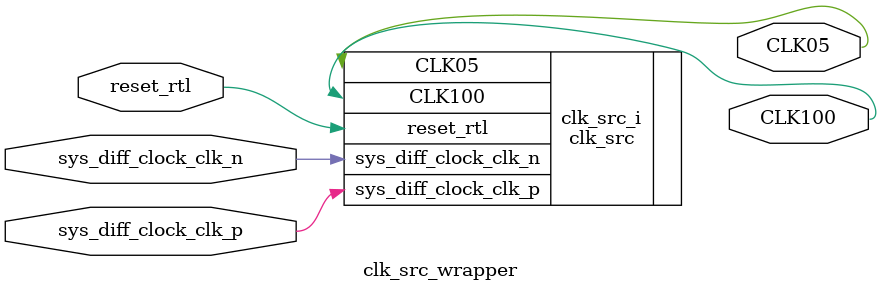
<source format=v>
`timescale 1 ps / 1 ps

module clk_src_wrapper
   (CLK05,
    CLK100,
    reset_rtl,
    sys_diff_clock_clk_n,
    sys_diff_clock_clk_p);
  output CLK05;
  output CLK100;
  input reset_rtl;
  input sys_diff_clock_clk_n;
  input sys_diff_clock_clk_p;

  wire CLK05;
  wire CLK100;
  wire reset_rtl;
  wire sys_diff_clock_clk_n;
  wire sys_diff_clock_clk_p;

clk_src clk_src_i
       (.CLK05(CLK05),
        .CLK100(CLK100),
        .reset_rtl(reset_rtl),
        .sys_diff_clock_clk_n(sys_diff_clock_clk_n),
        .sys_diff_clock_clk_p(sys_diff_clock_clk_p));
endmodule

</source>
